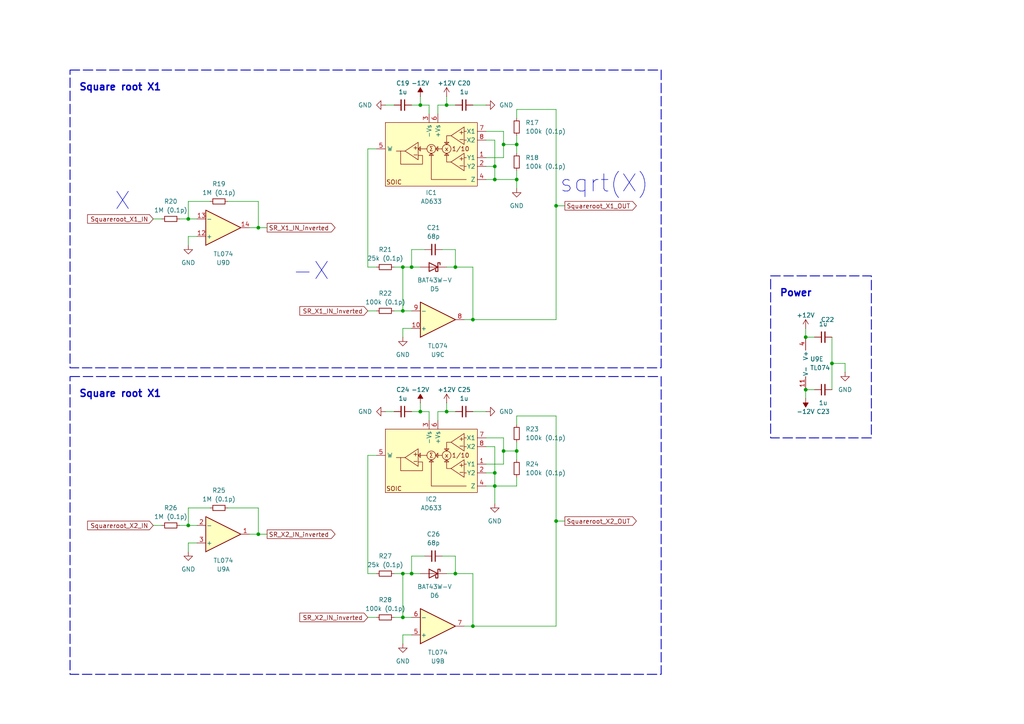
<source format=kicad_sch>
(kicad_sch (version 20231120) (generator "eeschema") (generator_version "8.0")
  (paper "A4")
  (title_block (title "Analog Computer Math Module") (date "2025-01-29") (rev "1") (company "Saal 2025") (comment 1 "Sqare-Root function"))
  (lib_symbols
    (symbol "AD633JR/AD633AR_1"
      (property "Reference" "IC" (at 21.336 8.636 0))
      (property "Value" "AD633" (at 0 0 0))
      (symbol "AD633JR/AD633AR_1_1_1"
        (rectangle (start -1.27 7.62) (end 25.4 -10.795) (fill (type background)))
        (polyline (pts (xy 2.54 -5.08) (xy 1.905 -5.08)))
        (polyline (pts (xy 2.54 -2.54) (xy 1.905 -2.54)))
        (polyline (pts (xy 2.54 2.54) (xy 1.905 2.54)))
        (polyline (pts (xy 2.54 5.08) (xy 1.905 5.08)))
        (polyline (pts (xy 8.89 0) (xy 10.795 0)))
        (polyline (pts (xy 13.335 0) (xy 15.875 0)))
        (polyline (pts (xy 19.685 -0.635) (xy 22.225 -0.635)))
        (polyline (pts (xy 1.905 -8.89) (xy 12.065 -8.89) (xy 12.065 -1.27)))
        (polyline (pts (xy 6.35 -3.81) (xy 7.62 -3.81) (xy 7.62 -1.27)))
        (polyline (pts (xy 7.62 1.27) (xy 7.62 3.81) (xy 6.35 3.81)))
        (polyline (pts (xy 2.54 -1.27) (xy 2.54 -6.35) (xy 6.35 -3.81) (xy 2.54 -1.27)))
        (polyline (pts (xy 2.54 6.35) (xy 2.54 1.27) (xy 6.35 3.81) (xy 2.54 6.35)))
        (polyline (pts (xy 6.985 1.905) (xy 7.62 1.27) (xy 8.255 1.905) (xy 6.985 1.905)))
        (polyline (pts (xy 7.62 -1.27) (xy 6.985 -1.905) (xy 8.255 -1.905) (xy 7.62 -1.27)))
        (polyline (pts (xy 10.16 0.635) (xy 10.795 0) (xy 10.16 -0.635) (xy 10.16 0.635)))
        (polyline (pts (xy 12.065 -1.27) (xy 11.43 -1.905) (xy 12.7 -1.905) (xy 12.065 -1.27)))
        (polyline (pts (xy 15.24 0.635) (xy 15.875 0) (xy 15.24 -0.635) (xy 15.24 0.635)))
        (polyline (pts (xy 15.875 1.905) (xy 15.875 -3.175) (xy 19.685 -0.635) (xy 15.875 1.905)))
        (polyline (pts (xy 15.875 -1.905) (xy 14.605 -1.905) (xy 14.605 -4.445) (xy 20.955 -4.445) (xy 20.955 -0.635)))
        (circle (center 7.62 0) (radius 1.27))
        (circle (center 12.065 0) (radius 1.27))
        (text "+\n-" (at 3.302 -3.81 0) (effects (font (size 1.27 1.27))))
        (text "+\n-" (at 3.302 3.81 0) (effects (font (size 1.27 1.27))))
        (text "+\n-" (at 16.637 -0.635 0) (effects (font (size 1.27 1.27))))
        (text "1/10" (at 3.556 0 0) (effects (font (size 1.27 1.27))))
        (text "SOIC" (at 22.86 -9.652 0) (effects (font (size 1.27 1.27))))
        (text "x\n" (at 7.62 0 0) (effects (font (size 1.27 1.27))))
        (text "Σ" (at 12.065 0 0) (effects (font (size 1.27 1.27))))
        (pin input line (at -3.81 -2.54 0) (length 2.54) (name "Y1") (number "1"))
        (pin input line (at -3.81 -5.08 0) (length 2.54) (name "Y2") (number "2"))
        (pin input line (at 12.7 10.16 270) (length 2.54) (name "-Vs") (number "3"))
        (pin input line (at -3.81 -8.89 0) (length 2.54) (name "Z") (number "4"))
        (pin output line (at 27.94 0 180) (length 2.54) (name "W") (number "5"))
        (pin input line (at 10.16 10.16 270) (length 2.54) (name "+Vs") (number "6"))
        (pin input line (at -3.81 5.08 0) (length 2.54) (name "X1") (number "7"))
        (pin input line (at -3.81 2.54 0) (length 2.54) (name "X2") (number "8"))
      )
    )
    (symbol "Amplifier_Operational:TL074" (pin_names (offset 0.127))
      (property "Reference" "U" (at 0 5.08 0))
      (property "Value" "TL074" (at 0 -5.08 0))
      (symbol "TL074_1_1"
        (polyline (pts (xy -5.08 5.08) (xy 5.08 0) (xy -5.08 -5.08) (xy -5.08 5.08)) (stroke (width 0.254)) (fill (type background)))
        (pin output line (at 7.62 0 180) (length 2.54) (name "~") (number "1"))
        (pin input line (at -7.62 -2.54 0) (length 2.54) (name "-") (number "2"))
        (pin input line (at -7.62 2.54 0) (length 2.54) (name "+") (number "3"))
      )
      (symbol "TL074_2_1"
        (polyline (pts (xy -5.08 5.08) (xy 5.08 0) (xy -5.08 -5.08) (xy -5.08 5.08)) (stroke (width 0.254)) (fill (type background)))
        (pin input line (at -7.62 2.54 0) (length 2.54) (name "+") (number "5"))
        (pin input line (at -7.62 -2.54 0) (length 2.54) (name "-") (number "6"))
        (pin output line (at 7.62 0 180) (length 2.54) (name "~") (number "7"))
      )
      (symbol "TL074_3_1"
        (polyline (pts (xy -5.08 5.08) (xy 5.08 0) (xy -5.08 -5.08) (xy -5.08 5.08)) (stroke (width 0.254)) (fill (type background)))
        (pin input line (at -7.62 2.54 0) (length 2.54) (name "+") (number "10"))
        (pin output line (at 7.62 0 180) (length 2.54) (name "~") (number "8"))
        (pin input line (at -7.62 -2.54 0) (length 2.54) (name "-") (number "9"))
      )
      (symbol "TL074_4_1"
        (polyline (pts (xy -5.08 5.08) (xy 5.08 0) (xy -5.08 -5.08) (xy -5.08 5.08)) (stroke (width 0.254)) (fill (type background)))
        (pin input line (at -7.62 2.54 0) (length 2.54) (name "+") (number "12"))
        (pin input line (at -7.62 -2.54 0) (length 2.54) (name "-") (number "13"))
        (pin output line (at 7.62 0 180) (length 2.54) (name "~") (number "14"))
      )
      (symbol "TL074_5_1"
        (pin power_in line (at -2.54 -7.62 90) (length 3.81) (name "V-") (number "11"))
        (pin power_in line (at -2.54 7.62 270) (length 3.81) (name "V+") (number "4"))
      )
    )
    (symbol "Analog_computing:AD633JR/AD633AR"
      (property "Reference" "IC" (at 21.336 8.636 0))
      (property "Value" "AD633" (at 0 0 0))
      (symbol "AD633JR/AD633AR_1_1"
        (rectangle (start -1.27 7.62) (end 25.4 -10.795) (fill (type background)))
        (polyline (pts (xy 2.54 -5.08) (xy 1.905 -5.08)))
        (polyline (pts (xy 2.54 -2.54) (xy 1.905 -2.54)))
        (polyline (pts (xy 2.54 2.54) (xy 1.905 2.54)))
        (polyline (pts (xy 2.54 5.08) (xy 1.905 5.08)))
        (polyline (pts (xy 8.89 0) (xy 10.795 0)))
        (polyline (pts (xy 13.335 0) (xy 15.875 0)))
        (polyline (pts (xy 19.685 -0.635) (xy 22.225 -0.635)))
        (polyline (pts (xy 1.905 -8.89) (xy 12.065 -8.89) (xy 12.065 -1.27)))
        (polyline (pts (xy 6.35 -3.81) (xy 7.62 -3.81) (xy 7.62 -1.27)))
        (polyline (pts (xy 7.62 1.27) (xy 7.62 3.81) (xy 6.35 3.81)))
        (polyline (pts (xy 2.54 -1.27) (xy 2.54 -6.35) (xy 6.35 -3.81) (xy 2.54 -1.27)))
        (polyline (pts (xy 2.54 6.35) (xy 2.54 1.27) (xy 6.35 3.81) (xy 2.54 6.35)))
        (polyline (pts (xy 6.985 1.905) (xy 7.62 1.27) (xy 8.255 1.905) (xy 6.985 1.905)))
        (polyline (pts (xy 7.62 -1.27) (xy 6.985 -1.905) (xy 8.255 -1.905) (xy 7.62 -1.27)))
        (polyline (pts (xy 10.16 0.635) (xy 10.795 0) (xy 10.16 -0.635) (xy 10.16 0.635)))
        (polyline (pts (xy 12.065 -1.27) (xy 11.43 -1.905) (xy 12.7 -1.905) (xy 12.065 -1.27)))
        (polyline (pts (xy 15.24 0.635) (xy 15.875 0) (xy 15.24 -0.635) (xy 15.24 0.635)))
        (polyline (pts (xy 15.875 1.905) (xy 15.875 -3.175) (xy 19.685 -0.635) (xy 15.875 1.905)))
        (polyline (pts (xy 15.875 -1.905) (xy 14.605 -1.905) (xy 14.605 -4.445) (xy 20.955 -4.445) (xy 20.955 -0.635)))
        (circle (center 7.62 0) (radius 1.27))
        (circle (center 12.065 0) (radius 1.27))
        (text "+\n-" (at 3.302 -3.81 0) (effects (font (size 1.27 1.27))))
        (text "+\n-" (at 3.302 3.81 0) (effects (font (size 1.27 1.27))))
        (text "+\n-" (at 16.637 -0.635 0) (effects (font (size 1.27 1.27))))
        (text "1/10" (at 3.556 0 0) (effects (font (size 1.27 1.27))))
        (text "SOIC" (at 22.86 -9.652 0) (effects (font (size 1.27 1.27))))
        (text "x\n" (at 7.62 0 0) (effects (font (size 1.27 1.27))))
        (text "Σ" (at 12.065 0 0) (effects (font (size 1.27 1.27))))
        (pin input line (at -3.81 -2.54 0) (length 2.54) (name "Y1") (number "1"))
        (pin input line (at -3.81 -5.08 0) (length 2.54) (name "Y2") (number "2"))
        (pin input line (at 12.7 10.16 270) (length 2.54) (name "-Vs") (number "3"))
        (pin input line (at -3.81 -8.89 0) (length 2.54) (name "Z") (number "4"))
        (pin output line (at 27.94 0 180) (length 2.54) (name "W") (number "5"))
        (pin input line (at 10.16 10.16 270) (length 2.54) (name "+Vs") (number "6"))
        (pin input line (at -3.81 5.08 0) (length 2.54) (name "X1") (number "7"))
        (pin input line (at -3.81 2.54 0) (length 2.54) (name "X2") (number "8"))
      )
    )
    (symbol "Device:C_Small" (pin_numbers hide) (pin_names (offset 0.254) hide)
      (property "Reference" "C" (at 0.254 1.778 0))
      (property "Value" "C_Small" (at 0.254 -2.032 0))
      (symbol "C_Small_0_1"
        (polyline (pts (xy -1.524 -0.508) (xy 1.524 -0.508)) (stroke (width 0.3302)))
        (polyline (pts (xy -1.524 0.508) (xy 1.524 0.508)) (stroke (width 0.3048)))
      )
      (symbol "C_Small_1_1"
        (pin passive line (at 0 2.54 270) (length 2.032) (name "~") (number "1"))
        (pin passive line (at 0 -2.54 90) (length 2.032) (name "~") (number "2"))
      )
    )
    (symbol "Device:R_Small" (pin_numbers hide) (pin_names (offset 0.254) hide)
      (property "Reference" "R" (at 0.762 0.508 0))
      (property "Value" "R_Small" (at 0.762 -1.016 0))
      (symbol "R_Small_0_1"
        (rectangle (start -0.762 1.778) (end 0.762 -1.778) (stroke (width 0.2032)))
      )
      (symbol "R_Small_1_1"
        (pin passive line (at 0 2.54 270) (length 0.762) (name "~") (number "1"))
        (pin passive line (at 0 -2.54 90) (length 0.762) (name "~") (number "2"))
      )
    )
    (symbol "Diode:BAT43W-V" (pin_numbers hide) (pin_names (offset 1.016) hide)
      (property "Reference" "D" (at 0 2.54 0))
      (property "Value" "BAT43W-V" (at 0 -2.54 0))
      (symbol "BAT43W-V_0_1"
        (polyline (pts (xy 1.27 0) (xy -1.27 0)))
        (polyline (pts (xy 1.27 1.27) (xy 1.27 -1.27) (xy -1.27 0) (xy 1.27 1.27)) (stroke (width 0.254)))
        (polyline (pts (xy -1.905 0.635) (xy -1.905 1.27) (xy -1.27 1.27) (xy -1.27 -1.27) (xy -0.635 -1.27) (xy -0.635 -0.635)) (stroke (width 0.254)))
      )
      (symbol "BAT43W-V_1_1"
        (pin passive line (at -3.81 0 0) (length 2.54) (name "K") (number "1"))
        (pin passive line (at 3.81 0 180) (length 2.54) (name "A") (number "2"))
      )
    )
    (symbol "power:+12V" (power) (pin_numbers hide) (pin_names (offset 0) hide)
      (property "Value" "+12V" (at 0 3.556 0))
      (symbol "+12V_0_1"
        (polyline (pts (xy -0.762 1.27) (xy 0 2.54)))
        (polyline (pts (xy 0 0) (xy 0 2.54)))
        (polyline (pts (xy 0 2.54) (xy 0.762 1.27)))
      )
      (symbol "+12V_1_1"
        (pin power_in line (at 0 0 90) (length 0) (name "~") (number "1"))
      )
    )
    (symbol "power:-12V" (power) (pin_numbers hide) (pin_names (offset 0) hide)
      (property "Value" "-12V" (at 0 3.556 0))
      (symbol "-12V_0_0"
        (pin power_in line (at 0 0 90) (length 0) (name "~") (number "1"))
      )
      (symbol "-12V_0_1"
        (polyline (pts (xy 0 0) (xy 0 1.27) (xy 0.762 1.27) (xy 0 2.54) (xy -0.762 1.27) (xy 0 1.27)) (fill (type outline)))
      )
    )
    (symbol "power:GND" (power) (pin_numbers hide) (pin_names (offset 0) hide)
      (property "Value" "GND" (at 0 -3.81 0))
      (symbol "GND_0_1"
        (polyline (pts (xy 0 0) (xy 0 -1.27) (xy 1.27 -1.27) (xy 0 -2.54) (xy -1.27 -1.27) (xy 0 -1.27)))
      )
      (symbol "GND_1_1"
        (pin power_in line (at 0 0 270) (length 0) (name "~") (number "1"))
      )
    )
  )
  (junction (at 132.08 77.47))
  (junction (at 233.68 113.03))
  (junction (at 116.84 166.37))
  (junction (at 132.08 166.37))
  (junction (at 149.86 130.81))
  (junction (at 74.93 154.94))
  (junction (at 149.86 41.91))
  (junction (at 116.84 179.07))
  (junction (at 129.54 30.48))
  (junction (at 241.3 105.41))
  (junction (at 119.38 166.37))
  (junction (at 146.05 130.81))
  (junction (at 116.84 90.17))
  (junction (at 143.51 137.16))
  (junction (at 161.29 59.69))
  (junction (at 149.86 52.07))
  (junction (at 54.61 63.5))
  (junction (at 137.16 92.71))
  (junction (at 137.16 181.61))
  (junction (at 143.51 48.26))
  (junction (at 143.51 140.97))
  (junction (at 121.92 119.38))
  (junction (at 119.38 77.47))
  (junction (at 233.68 97.79))
  (junction (at 74.93 66.04))
  (junction (at 54.61 152.4))
  (junction (at 116.84 77.47))
  (junction (at 146.05 41.91))
  (junction (at 121.92 30.48))
  (junction (at 129.54 119.38))
  (junction (at 143.51 52.07))
  (junction (at 161.29 151.13))
  (wire (pts (xy 109.22 43.18) (xy 106.68 43.18)))
  (wire (pts (xy 149.86 123.19) (xy 149.86 120.65)))
  (wire (pts (xy 72.39 154.94) (xy 74.93 154.94)))
  (wire (pts (xy 233.68 97.79) (xy 236.22 97.79)))
  (wire (pts (xy 149.86 130.81) (xy 149.86 133.35)))
  (wire (pts (xy 114.3 179.07) (xy 116.84 179.07)))
  (wire (pts (xy 74.93 147.32) (xy 74.93 154.94)))
  (wire (pts (xy 140.97 137.16) (xy 143.51 137.16)))
  (wire (pts (xy 54.61 157.48) (xy 54.61 160.02)))
  (wire (pts (xy 124.46 33.02) (xy 124.46 30.48)))
  (wire (pts (xy 57.15 68.58) (xy 54.61 68.58)))
  (wire (pts (xy 149.86 39.37) (xy 149.86 41.91)))
  (wire (pts (xy 143.51 48.26) (xy 143.51 52.07)))
  (wire (pts (xy 233.68 113.03) (xy 236.22 113.03)))
  (wire (pts (xy 146.05 41.91) (xy 149.86 41.91)))
  (wire (pts (xy 123.19 161.29) (xy 119.38 161.29)))
  (wire (pts (xy 233.68 113.03) (xy 233.68 115.57)))
  (wire (pts (xy 140.97 38.1) (xy 146.05 38.1)))
  (wire (pts (xy 106.68 179.07) (xy 109.22 179.07)))
  (wire (pts (xy 233.68 95.25) (xy 233.68 97.79)))
  (wire (pts (xy 137.16 166.37) (xy 132.08 166.37)))
  (wire (pts (xy 106.68 90.17) (xy 109.22 90.17)))
  (wire (pts (xy 106.68 77.47) (xy 109.22 77.47)))
  (wire (pts (xy 146.05 41.91) (xy 146.05 45.72)))
  (wire (pts (xy 149.86 52.07) (xy 149.86 54.61)))
  (wire (pts (xy 109.22 132.08) (xy 106.68 132.08)))
  (wire (pts (xy 60.96 58.42) (xy 54.61 58.42)))
  (wire (pts (xy 132.08 77.47) (xy 129.54 77.47)))
  (wire (pts (xy 54.61 68.58) (xy 54.61 71.12)))
  (wire (pts (xy 116.84 186.69) (xy 116.84 184.15)))
  (wire (pts (xy 161.29 31.75) (xy 161.29 59.69)))
  (wire (pts (xy 123.19 72.39) (xy 119.38 72.39)))
  (wire (pts (xy 57.15 157.48) (xy 54.61 157.48)))
  (wire (pts (xy 241.3 97.79) (xy 241.3 105.41)))
  (wire (pts (xy 140.97 48.26) (xy 143.51 48.26)))
  (wire (pts (xy 134.62 92.71) (xy 137.16 92.71)))
  (wire (pts (xy 54.61 58.42) (xy 54.61 63.5)))
  (wire (pts (xy 119.38 77.47) (xy 121.92 77.47)))
  (wire (pts (xy 149.86 41.91) (xy 149.86 44.45)))
  (wire (pts (xy 127 33.02) (xy 127 30.48)))
  (wire (pts (xy 66.04 147.32) (xy 74.93 147.32)))
  (wire (pts (xy 74.93 154.94) (xy 77.47 154.94)))
  (wire (pts (xy 129.54 30.48) (xy 132.08 30.48)))
  (wire (pts (xy 143.51 40.64) (xy 143.51 48.26)))
  (wire (pts (xy 52.07 63.5) (xy 54.61 63.5)))
  (wire (pts (xy 66.04 58.42) (xy 74.93 58.42)))
  (wire (pts (xy 149.86 128.27) (xy 149.86 130.81)))
  (wire (pts (xy 114.3 90.17) (xy 116.84 90.17)))
  (wire (pts (xy 129.54 119.38) (xy 132.08 119.38)))
  (wire (pts (xy 132.08 161.29) (xy 132.08 166.37)))
  (wire (pts (xy 161.29 59.69) (xy 163.83 59.69)))
  (wire (pts (xy 72.39 66.04) (xy 74.93 66.04)))
  (wire (pts (xy 54.61 147.32) (xy 54.61 152.4)))
  (wire (pts (xy 74.93 58.42) (xy 74.93 66.04)))
  (wire (pts (xy 124.46 119.38) (xy 121.92 119.38)))
  (wire (pts (xy 137.16 30.48) (xy 140.97 30.48)))
  (wire (pts (xy 119.38 161.29) (xy 119.38 166.37)))
  (wire (pts (xy 116.84 166.37) (xy 119.38 166.37)))
  (wire (pts (xy 106.68 43.18) (xy 106.68 77.47)))
  (wire (pts (xy 127 30.48) (xy 129.54 30.48)))
  (wire (pts (xy 149.86 52.07) (xy 149.86 49.53)))
  (wire (pts (xy 119.38 72.39) (xy 119.38 77.47)))
  (wire (pts (xy 116.84 77.47) (xy 119.38 77.47)))
  (wire (pts (xy 124.46 30.48) (xy 121.92 30.48)))
  (wire (pts (xy 111.76 30.48) (xy 114.3 30.48)))
  (wire (pts (xy 114.3 166.37) (xy 116.84 166.37)))
  (wire (pts (xy 128.27 161.29) (xy 132.08 161.29)))
  (wire (pts (xy 143.51 129.54) (xy 143.51 137.16)))
  (wire (pts (xy 44.45 63.5) (xy 46.99 63.5)))
  (wire (pts (xy 128.27 72.39) (xy 132.08 72.39)))
  (wire (pts (xy 161.29 181.61) (xy 137.16 181.61)))
  (wire (pts (xy 149.86 34.29) (xy 149.86 31.75)))
  (wire (pts (xy 114.3 77.47) (xy 116.84 77.47)))
  (wire (pts (xy 140.97 129.54) (xy 143.51 129.54)))
  (wire (pts (xy 149.86 140.97) (xy 149.86 138.43)))
  (wire (pts (xy 161.29 120.65) (xy 161.29 151.13)))
  (wire (pts (xy 146.05 130.81) (xy 149.86 130.81)))
  (wire (pts (xy 161.29 59.69) (xy 161.29 92.71)))
  (wire (pts (xy 140.97 140.97) (xy 143.51 140.97)))
  (wire (pts (xy 146.05 38.1) (xy 146.05 41.91)))
  (wire (pts (xy 54.61 63.5) (xy 57.15 63.5)))
  (wire (pts (xy 106.68 166.37) (xy 109.22 166.37)))
  (wire (pts (xy 116.84 179.07) (xy 116.84 166.37)))
  (wire (pts (xy 121.92 27.94) (xy 121.92 30.48)))
  (wire (pts (xy 161.29 151.13) (xy 161.29 181.61)))
  (wire (pts (xy 116.84 95.25) (xy 119.38 95.25)))
  (wire (pts (xy 140.97 127) (xy 146.05 127)))
  (wire (pts (xy 137.16 77.47) (xy 132.08 77.47)))
  (wire (pts (xy 161.29 92.71) (xy 137.16 92.71)))
  (wire (pts (xy 129.54 116.84) (xy 129.54 119.38)))
  (wire (pts (xy 143.51 140.97) (xy 143.51 146.05)))
  (wire (pts (xy 74.93 66.04) (xy 77.47 66.04)))
  (wire (pts (xy 124.46 121.92) (xy 124.46 119.38)))
  (wire (pts (xy 149.86 120.65) (xy 161.29 120.65)))
  (wire (pts (xy 241.3 105.41) (xy 245.11 105.41)))
  (wire (pts (xy 116.84 184.15) (xy 119.38 184.15)))
  (wire (pts (xy 143.51 140.97) (xy 149.86 140.97)))
  (wire (pts (xy 119.38 179.07) (xy 116.84 179.07)))
  (wire (pts (xy 127 121.92) (xy 127 119.38)))
  (wire (pts (xy 60.96 147.32) (xy 54.61 147.32)))
  (wire (pts (xy 149.86 31.75) (xy 161.29 31.75)))
  (wire (pts (xy 134.62 181.61) (xy 137.16 181.61)))
  (wire (pts (xy 140.97 52.07) (xy 143.51 52.07)))
  (wire (pts (xy 140.97 45.72) (xy 146.05 45.72)))
  (wire (pts (xy 116.84 90.17) (xy 116.84 77.47)))
  (wire (pts (xy 111.76 119.38) (xy 114.3 119.38)))
  (wire (pts (xy 121.92 119.38) (xy 119.38 119.38)))
  (wire (pts (xy 241.3 105.41) (xy 241.3 113.03)))
  (wire (pts (xy 127 119.38) (xy 129.54 119.38)))
  (wire (pts (xy 116.84 97.79) (xy 116.84 95.25)))
  (wire (pts (xy 106.68 132.08) (xy 106.68 166.37)))
  (wire (pts (xy 146.05 127) (xy 146.05 130.81)))
  (wire (pts (xy 54.61 152.4) (xy 57.15 152.4)))
  (wire (pts (xy 119.38 90.17) (xy 116.84 90.17)))
  (wire (pts (xy 137.16 92.71) (xy 137.16 77.47)))
  (wire (pts (xy 44.45 152.4) (xy 46.99 152.4)))
  (wire (pts (xy 140.97 134.62) (xy 146.05 134.62)))
  (wire (pts (xy 119.38 166.37) (xy 121.92 166.37)))
  (wire (pts (xy 52.07 152.4) (xy 54.61 152.4)))
  (wire (pts (xy 143.51 137.16) (xy 143.51 140.97)))
  (wire (pts (xy 132.08 166.37) (xy 129.54 166.37)))
  (wire (pts (xy 121.92 116.84) (xy 121.92 119.38)))
  (wire (pts (xy 140.97 40.64) (xy 143.51 40.64)))
  (wire (pts (xy 143.51 52.07) (xy 149.86 52.07)))
  (wire (pts (xy 132.08 72.39) (xy 132.08 77.47)))
  (wire (pts (xy 146.05 130.81) (xy 146.05 134.62)))
  (wire (pts (xy 121.92 30.48) (xy 119.38 30.48)))
  (wire (pts (xy 161.29 151.13) (xy 163.83 151.13)))
  (wire (pts (xy 137.16 181.61) (xy 137.16 166.37)))
  (wire (pts (xy 245.11 105.41) (xy 245.11 107.95)))
  (wire (pts (xy 137.16 119.38) (xy 140.97 119.38)))
  (wire (pts (xy 129.54 27.94) (xy 129.54 30.48)))
  (rectangle (start 20.32 109.22) (end 191.77 195.58) (stroke (width 0.254) (type dash)))
  (rectangle (start 223.52 80.01) (end 252.73 127) (stroke (width 0.254) (type dash)))
  (rectangle (start 20.32 20.32) (end 191.77 106.68) (stroke (width 0.254) (type dash)))
  (text "sqrt(X)" (at 175.26 53.34 0) (effects (font (size 5 5))))
  (text "Power" (at 226.06 85.09 0) (effects (font (size 2.032 2.032) (thickness 0.4064) (bold yes)) (justify left)))
  (text "Square root X1" (at 22.86 114.3 0) (effects (font (size 2.032 2.032) (thickness 0.4064) (bold yes)) (justify left)))
  (text "-X" (at 90.17 78.74 0) (effects (font (size 5 5))))
  (text "X" (at 35.56 58.42 0) (effects (font (size 5 5))))
  (text "Square root X1" (at 22.86 25.4 0) (effects (font (size 2.032 2.032) (thickness 0.4064) (bold yes)) (justify left)))
  (global_label "Squareroot_X1_IN" (shape input) (at 44.45 63.5 180) (property "Intersheetrefs" "${INTERSHEET_REFS}" (effects (hide yes))))
  (global_label "Squareroot_X2_OUT" (shape output) (at 163.83 151.13 0) (property "Intersheetrefs" "${INTERSHEET_REFS}" (effects (hide yes))))
  (global_label "SR_X1_IN_inverted" (shape output) (at 77.47 66.04 0) (property "Intersheetrefs" "${INTERSHEET_REFS}" (effects (hide yes))))
  (global_label "Squareroot_X1_OUT" (shape output) (at 163.83 59.69 0) (property "Intersheetrefs" "${INTERSHEET_REFS}" (effects (hide yes))))
  (global_label "Squareroot_X2_IN" (shape input) (at 44.45 152.4 180) (property "Intersheetrefs" "${INTERSHEET_REFS}" (effects (hide yes))))
  (global_label "SR_X1_IN_inverted" (shape input) (at 106.68 90.17 180) (property "Intersheetrefs" "${INTERSHEET_REFS}" (effects (hide yes))))
  (global_label "SR_X2_IN_inverted" (shape output) (at 77.47 154.94 0) (property "Intersheetrefs" "${INTERSHEET_REFS}" (effects (hide yes))))
  (global_label "SR_X2_IN_inverted" (shape input) (at 106.68 179.07 180) (property "Intersheetrefs" "${INTERSHEET_REFS}" (effects (hide yes))))
  (symbol (lib_id "power:GND") (at 140.97 119.38 90) (unit 1)
    (property "Reference" "#PWR055" (effects (hide yes)))
    (property "Value" "GND" (at 144.78 119.3799 90) (effects (justify right)))
    (property "Description" "Power symbol creates a global label with name \"GND\" , ground" (effects (hide yes)))
  )
  (symbol (lib_id "Device:C_Small") (at 116.84 119.38 270) (mirror x) (unit 1)
    (property "Reference" "C24" (at 116.8337 113.03 90))
    (property "Value" "1u" (at 116.8337 115.57 90))
    (property "Footprint" "Capacitor_SMD:C_1206_3216Metric_Pad1.33x1.80mm_HandSolder" (effects (hide yes)))
    (property "Description" "Unpolarized capacitor, small symbol" (effects (hide yes)))
  )
  (symbol (lib_id "Device:C_Small") (at 116.84 30.48 270) (mirror x) (unit 1)
    (property "Reference" "C19" (at 116.8337 24.13 90))
    (property "Value" "1u" (at 116.8337 26.67 90))
    (property "Footprint" "Capacitor_SMD:C_1206_3216Metric_Pad1.33x1.80mm_HandSolder" (effects (hide yes)))
    (property "Description" "Unpolarized capacitor, small symbol" (effects (hide yes)))
  )
  (symbol (lib_id "power:+12V") (at 129.54 27.94 0) (unit 1)
    (property "Reference" "#PWR043" (effects (hide yes)))
    (property "Value" "+12V" (at 129.54 24.13 0))
    (property "Description" "Power symbol creates a global label with name \"+12V\"" (effects (hide yes)))
  )
  (symbol (lib_id "Device:R_Small") (at 149.86 125.73 0) (unit 1)
    (property "Reference" "R23" (at 152.4 124.4599 0) (effects (justify left)))
    (property "Value" "100k (0.1p)" (at 152.4 126.9999 0) (effects (justify left)))
    (property "Footprint" "Resistor_SMD:R_1206_3216Metric_Pad1.30x1.75mm_HandSolder" (effects (hide yes)))
    (property "Description" "Resistor, small symbol" (effects (hide yes)))
  )
  (symbol (lib_name "AD633JR/AD633AR_1") (lib_id "Analog_computing:AD633JR/AD633AR") (at 137.16 43.18 0) (mirror y) (unit 1)
    (property "Reference" "IC1" (at 125.095 55.88 0))
    (property "Value" "AD633" (at 125.095 58.42 0))
    (property "Footprint" "Package_SO:SOIC-8_3.9x4.9mm_P1.27mm" (effects (hide yes)))
  )
  (symbol (lib_id "power:GND") (at 54.61 71.12 0) (unit 1)
    (property "Reference" "#PWR047" (effects (hide yes)))
    (property "Value" "GND" (at 54.61 76.2 0))
    (property "Description" "Power symbol creates a global label with name \"GND\" , ground" (effects (hide yes)))
  )
  (symbol (lib_id "Device:R_Small") (at 49.53 152.4 90) (unit 1)
    (property "Reference" "R26" (at 49.53 147.32 90))
    (property "Value" "1M (0.1p)" (at 49.53 149.86 90))
    (property "Footprint" "Resistor_SMD:R_1206_3216Metric_Pad1.30x1.75mm_HandSolder" (effects (hide yes)))
    (property "Description" "Resistor, small symbol" (effects (hide yes)))
  )
  (symbol (lib_id "Analog_computing:AD633JR/AD633AR") (at 137.16 132.08 0) (mirror y) (unit 1)
    (property "Reference" "IC2" (at 125.095 144.78 0))
    (property "Value" "AD633" (at 125.095 147.32 0))
    (property "Footprint" "Package_SO:SOIC-8_3.9x4.9mm_P1.27mm" (effects (hide yes)))
  )
  (symbol (lib_id "Amplifier_Operational:TL074") (at 127 92.71 0) (mirror x) (unit 3)
    (property "Reference" "U9" (at 127 102.87 0))
    (property "Value" "TL074" (at 127 100.33 0))
    (property "Footprint" "Package_SO:SOIC-14_3.9x8.7mm_P1.27mm" (effects (hide yes)))
    (property "Datasheet" "http://www.ti.com/lit/ds/symlink/tl071.pdf" (effects (hide yes)))
    (property "Description" "Quad Low-Noise JFET-Input Operational Amplifiers, DIP-14/SOIC-14" (effects (hide yes)))
  )
  (symbol (lib_id "Device:R_Small") (at 149.86 36.83 0) (unit 1)
    (property "Reference" "R17" (at 152.4 35.5599 0) (effects (justify left)))
    (property "Value" "100k (0.1p)" (at 152.4 38.0999 0) (effects (justify left)))
    (property "Footprint" "Resistor_SMD:R_1206_3216Metric_Pad1.30x1.75mm_HandSolder" (effects (hide yes)))
    (property "Description" "Resistor, small symbol" (effects (hide yes)))
  )
  (symbol (lib_id "power:GND") (at 111.76 119.38 270) (unit 1)
    (property "Reference" "#PWR054" (effects (hide yes)))
    (property "Value" "GND" (at 107.95 119.3799 90) (effects (justify right)))
    (property "Description" "Power symbol creates a global label with name \"GND\" , ground" (effects (hide yes)))
  )
  (symbol (lib_id "Device:R_Small") (at 63.5 58.42 90) (unit 1)
    (property "Reference" "R19" (at 63.5 53.34 90))
    (property "Value" "1M (0.1p)" (at 63.5 55.88 90))
    (property "Footprint" "Resistor_SMD:R_1206_3216Metric_Pad1.30x1.75mm_HandSolder" (effects (hide yes)))
    (property "Description" "Resistor, small symbol" (effects (hide yes)))
  )
  (symbol (lib_id "Diode:BAT43W-V") (at 125.73 166.37 0) (mirror y) (unit 1)
    (property "Reference" "D6" (at 126.0475 172.72 0))
    (property "Value" "BAT43W-V" (at 126.0475 170.18 0))
    (property "Footprint" "Diode_SMD:D_1206_3216Metric_Pad1.42x1.75mm_HandSolder" (effects (hide yes)))
    (property "Datasheet" "http://www.vishay.com/docs/85660/bat42.pdf" (effects (hide yes)))
    (property "Description" "30V 0.2A Small Signal Schottky diode, SOD-123" (effects (hide yes)))
  )
  (symbol (lib_id "Device:R_Small") (at 111.76 90.17 90) (unit 1)
    (property "Reference" "R22" (at 111.76 85.09 90))
    (property "Value" "100k (0.1p)" (at 111.76 87.63 90))
    (property "Footprint" "Resistor_SMD:R_1206_3216Metric_Pad1.30x1.75mm_HandSolder" (effects (hide yes)))
    (property "Description" "Resistor, small symbol" (effects (hide yes)))
  )
  (symbol (lib_id "power:GND") (at 116.84 186.69 0) (unit 1)
    (property "Reference" "#PWR058" (effects (hide yes)))
    (property "Value" "GND" (at 116.84 191.77 0))
    (property "Description" "Power symbol creates a global label with name \"GND\" , ground" (effects (hide yes)))
  )
  (symbol (lib_id "Device:C_Small") (at 134.62 119.38 270) (unit 1)
    (property "Reference" "C25" (at 134.6136 113.03 90))
    (property "Value" "1u" (at 134.6136 115.57 90))
    (property "Footprint" "Capacitor_SMD:C_1206_3216Metric_Pad1.33x1.80mm_HandSolder" (effects (hide yes)))
    (property "Description" "Unpolarized capacitor, small symbol" (effects (hide yes)))
  )
  (symbol (lib_id "Amplifier_Operational:TL074") (at 64.77 66.04 0) (mirror x) (unit 4)
    (property "Reference" "U9" (at 64.77 76.2 0))
    (property "Value" "TL074" (at 64.77 73.66 0))
    (property "Footprint" "Package_SO:SOIC-14_3.9x8.7mm_P1.27mm" (effects (hide yes)))
    (property "Datasheet" "http://www.ti.com/lit/ds/symlink/tl071.pdf" (effects (hide yes)))
    (property "Description" "Quad Low-Noise JFET-Input Operational Amplifiers, DIP-14/SOIC-14" (effects (hide yes)))
  )
  (symbol (lib_id "power:GND") (at 149.86 54.61 0) (unit 1)
    (property "Reference" "#PWR046" (effects (hide yes)))
    (property "Value" "GND" (at 149.86 59.69 0))
    (property "Description" "Power symbol creates a global label with name \"GND\" , ground" (effects (hide yes)))
  )
  (symbol (lib_id "power:GND") (at 140.97 30.48 90) (unit 1)
    (property "Reference" "#PWR045" (effects (hide yes)))
    (property "Value" "GND" (at 144.78 30.4799 90) (effects (justify right)))
    (property "Description" "Power symbol creates a global label with name \"GND\" , ground" (effects (hide yes)))
  )
  (symbol (lib_id "Amplifier_Operational:TL074") (at 236.22 105.41 0) (unit 5)
    (property "Reference" "U9" (at 234.95 104.1399 0) (effects (justify left)))
    (property "Value" "TL074" (at 234.95 106.6799 0) (effects (justify left)))
    (property "Footprint" "Package_SO:SOIC-14_3.9x8.7mm_P1.27mm" (effects (hide yes)))
    (property "Datasheet" "http://www.ti.com/lit/ds/symlink/tl071.pdf" (effects (hide yes)))
    (property "Description" "Quad Low-Noise JFET-Input Operational Amplifiers, DIP-14/SOIC-14" (effects (hide yes)))
  )
  (symbol (lib_id "Device:C_Small") (at 238.76 97.79 90) (unit 1)
    (property "Reference" "C22" (at 240.0363 92.71 90))
    (property "Value" "1u" (at 238.7663 93.98 90))
    (property "Footprint" "Capacitor_SMD:C_1206_3216Metric_Pad1.33x1.80mm_HandSolder" (effects (hide yes)))
    (property "Description" "Unpolarized capacitor, small symbol" (effects (hide yes)))
  )
  (symbol (lib_id "power:GND") (at 245.11 107.95 0) (unit 1)
    (property "Reference" "#PWR050" (effects (hide yes)))
    (property "Value" "GND" (at 245.11 113.03 0))
    (property "Description" "Power symbol creates a global label with name \"GND\" , ground" (effects (hide yes)))
  )
  (symbol (lib_id "Device:C_Small") (at 238.76 113.03 90) (mirror x) (unit 1)
    (property "Reference" "C23" (at 238.7663 119.38 90))
    (property "Value" "1u" (at 238.7663 116.84 90))
    (property "Footprint" "Capacitor_SMD:C_1206_3216Metric_Pad1.33x1.80mm_HandSolder" (effects (hide yes)))
    (property "Description" "Unpolarized capacitor, small symbol" (effects (hide yes)))
  )
  (symbol (lib_id "Device:R_Small") (at 149.86 135.89 0) (unit 1)
    (property "Reference" "R24" (at 152.4 134.6199 0) (effects (justify left)))
    (property "Value" "100k (0.1p)" (at 152.4 137.1599 0) (effects (justify left)))
    (property "Footprint" "Resistor_SMD:R_1206_3216Metric_Pad1.30x1.75mm_HandSolder" (effects (hide yes)))
    (property "Description" "Resistor, small symbol" (effects (hide yes)))
  )
  (symbol (lib_id "Device:C_Small") (at 134.62 30.48 270) (unit 1)
    (property "Reference" "C20" (at 134.6136 24.13 90))
    (property "Value" "1u" (at 134.6136 26.67 90))
    (property "Footprint" "Capacitor_SMD:C_1206_3216Metric_Pad1.33x1.80mm_HandSolder" (effects (hide yes)))
    (property "Description" "Unpolarized capacitor, small symbol" (effects (hide yes)))
  )
  (symbol (lib_id "Amplifier_Operational:TL074") (at 127 181.61 0) (mirror x) (unit 2)
    (property "Reference" "U9" (at 127 191.77 0))
    (property "Value" "TL074" (at 127 189.23 0))
    (property "Footprint" "Package_SO:SOIC-14_3.9x8.7mm_P1.27mm" (effects (hide yes)))
    (property "Datasheet" "http://www.ti.com/lit/ds/symlink/tl071.pdf" (effects (hide yes)))
    (property "Description" "Quad Low-Noise JFET-Input Operational Amplifiers, DIP-14/SOIC-14" (effects (hide yes)))
  )
  (symbol (lib_id "power:-12V") (at 233.68 115.57 180) (unit 1)
    (property "Reference" "#PWR051" (effects (hide yes)))
    (property "Value" "-12V" (at 233.68 119.38 0))
    (property "Description" "Power symbol creates a global label with name \"-12V\"" (effects (hide yes)))
  )
  (symbol (lib_id "Device:R_Small") (at 111.76 77.47 270) (unit 1)
    (property "Reference" "R21" (at 111.76 72.39 90))
    (property "Value" "25k (0.1p)" (at 111.76 74.93 90))
    (property "Footprint" "Resistor_SMD:R_1206_3216Metric_Pad1.30x1.75mm_HandSolder" (effects (hide yes)))
    (property "Description" "Resistor, small symbol" (effects (hide yes)))
  )
  (symbol (lib_id "Device:R_Small") (at 149.86 46.99 180) (unit 1)
    (property "Reference" "R18" (at 152.4 45.7199 0) (effects (justify right)))
    (property "Value" "100k (0.1p)" (at 152.4 48.2599 0) (effects (justify right)))
    (property "Footprint" "Resistor_SMD:R_1206_3216Metric_Pad1.30x1.75mm_HandSolder" (effects (hide yes)))
    (property "Description" "Resistor, small symbol" (effects (hide yes)))
  )
  (symbol (lib_id "Device:R_Small") (at 111.76 166.37 270) (unit 1)
    (property "Reference" "R27" (at 111.76 161.29 90))
    (property "Value" "25k (0.1p)" (at 111.76 163.83 90))
    (property "Footprint" "Resistor_SMD:R_1206_3216Metric_Pad1.30x1.75mm_HandSolder" (effects (hide yes)))
    (property "Description" "Resistor, small symbol" (effects (hide yes)))
  )
  (symbol (lib_id "Device:R_Small") (at 63.5 147.32 90) (unit 1)
    (property "Reference" "R25" (at 63.5 142.24 90))
    (property "Value" "1M (0.1p)" (at 63.5 144.78 90))
    (property "Footprint" "Resistor_SMD:R_1206_3216Metric_Pad1.30x1.75mm_HandSolder" (effects (hide yes)))
    (property "Description" "Resistor, small symbol" (effects (hide yes)))
  )
  (symbol (lib_id "power:+12V") (at 129.54 116.84 0) (unit 1)
    (property "Reference" "#PWR053" (effects (hide yes)))
    (property "Value" "+12V" (at 129.54 113.03 0))
    (property "Description" "Power symbol creates a global label with name \"+12V\"" (effects (hide yes)))
  )
  (symbol (lib_id "Device:C_Small") (at 125.73 161.29 270) (unit 1)
    (property "Reference" "C26" (at 125.7236 154.94 90))
    (property "Value" "68p" (at 125.7236 157.48 90))
    (property "Footprint" "Capacitor_SMD:C_1206_3216Metric_Pad1.33x1.80mm_HandSolder" (effects (hide yes)))
    (property "Description" "Unpolarized capacitor, small symbol" (effects (hide yes)))
  )
  (symbol (lib_id "Device:C_Small") (at 125.73 72.39 270) (unit 1)
    (property "Reference" "C21" (at 125.7236 66.04 90))
    (property "Value" "68p" (at 125.7236 68.58 90))
    (property "Footprint" "Capacitor_SMD:C_1206_3216Metric_Pad1.33x1.80mm_HandSolder" (effects (hide yes)))
    (property "Description" "Unpolarized capacitor, small symbol" (effects (hide yes)))
  )
  (symbol (lib_id "power:GND") (at 54.61 160.02 0) (unit 1)
    (property "Reference" "#PWR057" (effects (hide yes)))
    (property "Value" "GND" (at 54.61 165.1 0))
    (property "Description" "Power symbol creates a global label with name \"GND\" , ground" (effects (hide yes)))
  )
  (symbol (lib_id "power:GND") (at 143.51 146.05 0) (unit 1)
    (property "Reference" "#PWR056" (effects (hide yes)))
    (property "Value" "GND" (at 143.51 151.13 0))
    (property "Description" "Power symbol creates a global label with name \"GND\" , ground" (effects (hide yes)))
  )
  (symbol (lib_id "Device:R_Small") (at 49.53 63.5 90) (unit 1)
    (property "Reference" "R20" (at 49.53 58.42 90))
    (property "Value" "1M (0.1p)" (at 49.53 60.96 90))
    (property "Footprint" "Resistor_SMD:R_1206_3216Metric_Pad1.30x1.75mm_HandSolder" (effects (hide yes)))
    (property "Description" "Resistor, small symbol" (effects (hide yes)))
  )
  (symbol (lib_id "power:-12V") (at 121.92 116.84 0) (unit 1)
    (property "Reference" "#PWR052" (effects (hide yes)))
    (property "Value" "-12V" (at 121.92 113.03 0))
    (property "Description" "Power symbol creates a global label with name \"-12V\"" (effects (hide yes)))
  )
  (symbol (lib_id "power:GND") (at 111.76 30.48 270) (unit 1)
    (property "Reference" "#PWR044" (effects (hide yes)))
    (property "Value" "GND" (at 107.95 30.4799 90) (effects (justify right)))
    (property "Description" "Power symbol creates a global label with name \"GND\" , ground" (effects (hide yes)))
  )
  (symbol (lib_id "Device:R_Small") (at 111.76 179.07 90) (unit 1)
    (property "Reference" "R28" (at 111.76 173.99 90))
    (property "Value" "100k (0.1p)" (at 111.76 176.53 90))
    (property "Footprint" "Resistor_SMD:R_1206_3216Metric_Pad1.30x1.75mm_HandSolder" (effects (hide yes)))
    (property "Description" "Resistor, small symbol" (effects (hide yes)))
  )
  (symbol (lib_id "power:GND") (at 116.84 97.79 0) (unit 1)
    (property "Reference" "#PWR049" (effects (hide yes)))
    (property "Value" "GND" (at 116.84 102.87 0))
    (property "Description" "Power symbol creates a global label with name \"GND\" , ground" (effects (hide yes)))
  )
  (symbol (lib_id "power:-12V") (at 121.92 27.94 0) (unit 1)
    (property "Reference" "#PWR042" (effects (hide yes)))
    (property "Value" "-12V" (at 121.92 24.13 0))
    (property "Description" "Power symbol creates a global label with name \"-12V\"" (effects (hide yes)))
  )
  (symbol (lib_id "power:+12V") (at 233.68 95.25 0) (unit 1)
    (property "Reference" "#PWR048" (effects (hide yes)))
    (property "Value" "+12V" (at 233.68 91.44 0))
    (property "Description" "Power symbol creates a global label with name \"+12V\"" (effects (hide yes)))
  )
  (symbol (lib_id "Amplifier_Operational:TL074") (at 64.77 154.94 0) (mirror x) (unit 1)
    (property "Reference" "U9" (at 64.77 165.1 0))
    (property "Value" "TL074" (at 64.77 162.56 0))
    (property "Footprint" "Package_SO:SOIC-14_3.9x8.7mm_P1.27mm" (effects (hide yes)))
    (property "Datasheet" "http://www.ti.com/lit/ds/symlink/tl071.pdf" (effects (hide yes)))
    (property "Description" "Quad Low-Noise JFET-Input Operational Amplifiers, DIP-14/SOIC-14" (effects (hide yes)))
  )
  (symbol (lib_id "Diode:BAT43W-V") (at 125.73 77.47 0) (mirror y) (unit 1)
    (property "Reference" "D5" (at 126.0475 83.82 0))
    (property "Value" "BAT43W-V" (at 126.0475 81.28 0))
    (property "Footprint" "Diode_SMD:D_1206_3216Metric_Pad1.42x1.75mm_HandSolder" (effects (hide yes)))
    (property "Datasheet" "http://www.vishay.com/docs/85660/bat42.pdf" (effects (hide yes)))
    (property "Description" "30V 0.2A Small Signal Schottky diode, SOD-123" (effects (hide yes)))
  )
)
</source>
